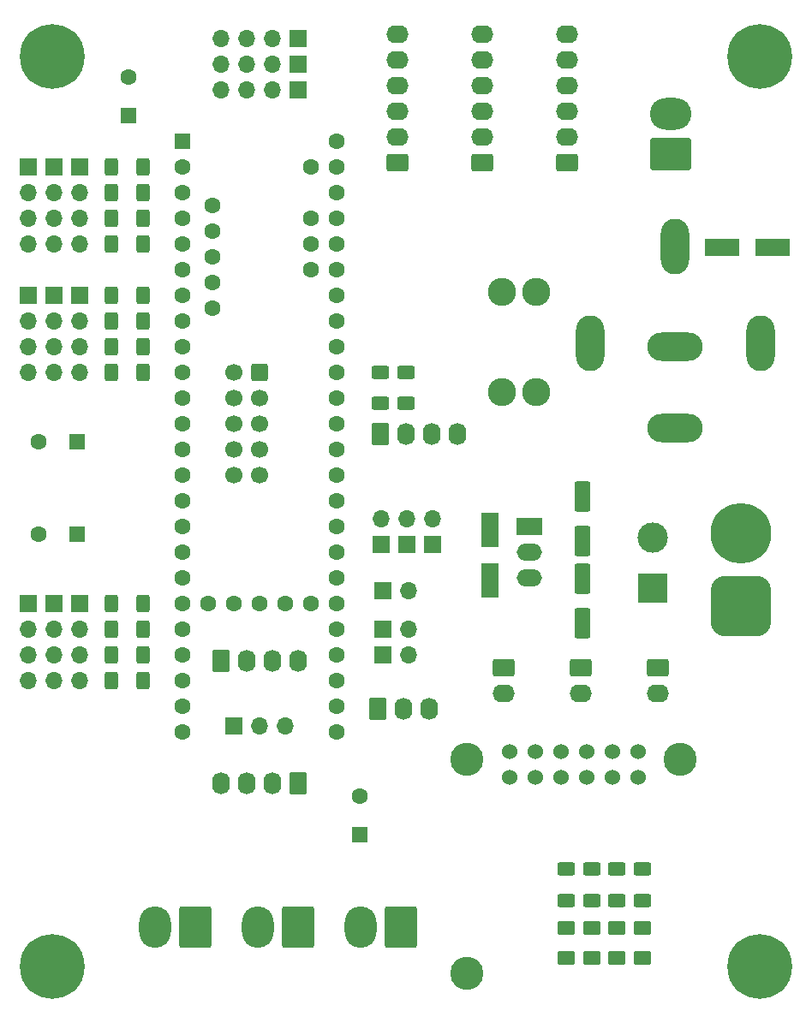
<source format=gbr>
%TF.GenerationSoftware,KiCad,Pcbnew,(6.0.0)*%
%TF.CreationDate,2022-01-02T01:39:18+01:00*%
%TF.ProjectId,mainBoard004,6d61696e-426f-4617-9264-3030342e6b69,rev?*%
%TF.SameCoordinates,Original*%
%TF.FileFunction,Soldermask,Top*%
%TF.FilePolarity,Negative*%
%FSLAX46Y46*%
G04 Gerber Fmt 4.6, Leading zero omitted, Abs format (unit mm)*
G04 Created by KiCad (PCBNEW (6.0.0)) date 2022-01-02 01:39:18*
%MOMM*%
%LPD*%
G01*
G04 APERTURE LIST*
G04 Aperture macros list*
%AMRoundRect*
0 Rectangle with rounded corners*
0 $1 Rounding radius*
0 $2 $3 $4 $5 $6 $7 $8 $9 X,Y pos of 4 corners*
0 Add a 4 corners polygon primitive as box body*
4,1,4,$2,$3,$4,$5,$6,$7,$8,$9,$2,$3,0*
0 Add four circle primitives for the rounded corners*
1,1,$1+$1,$2,$3*
1,1,$1+$1,$4,$5*
1,1,$1+$1,$6,$7*
1,1,$1+$1,$8,$9*
0 Add four rect primitives between the rounded corners*
20,1,$1+$1,$2,$3,$4,$5,0*
20,1,$1+$1,$4,$5,$6,$7,0*
20,1,$1+$1,$6,$7,$8,$9,0*
20,1,$1+$1,$8,$9,$2,$3,0*%
G04 Aperture macros list end*
%ADD10RoundRect,1.400000X0.000000X1.350000X0.000000X-1.350000X0.000000X-1.350000X0.000000X1.350000X0*%
%ADD11RoundRect,1.400000X-1.350000X0.000000X-1.350000X0.000000X1.350000X0.000000X1.350000X0.000000X0*%
%ADD12RoundRect,0.250000X1.330000X1.800000X-1.330000X1.800000X-1.330000X-1.800000X1.330000X-1.800000X0*%
%ADD13O,3.160000X4.100000*%
%ADD14RoundRect,0.250000X0.620000X0.845000X-0.620000X0.845000X-0.620000X-0.845000X0.620000X-0.845000X0*%
%ADD15O,1.740000X2.190000*%
%ADD16O,1.700000X1.700000*%
%ADD17R,1.700000X1.700000*%
%ADD18R,1.600000X1.600000*%
%ADD19C,1.600000*%
%ADD20RoundRect,0.250000X0.550000X-1.250000X0.550000X1.250000X-0.550000X1.250000X-0.550000X-1.250000X0*%
%ADD21R,3.500000X1.800000*%
%ADD22RoundRect,0.250000X0.625000X-0.400000X0.625000X0.400000X-0.625000X0.400000X-0.625000X-0.400000X0*%
%ADD23RoundRect,0.250000X0.400000X0.625000X-0.400000X0.625000X-0.400000X-0.625000X0.400000X-0.625000X0*%
%ADD24C,0.800000*%
%ADD25C,6.400000*%
%ADD26RoundRect,0.250001X0.624999X-0.462499X0.624999X0.462499X-0.624999X0.462499X-0.624999X-0.462499X0*%
%ADD27RoundRect,0.250000X-0.550000X1.250000X-0.550000X-1.250000X0.550000X-1.250000X0.550000X1.250000X0*%
%ADD28R,1.800000X3.500000*%
%ADD29RoundRect,0.250000X0.845000X-0.620000X0.845000X0.620000X-0.845000X0.620000X-0.845000X-0.620000X0*%
%ADD30O,2.190000X1.740000*%
%ADD31RoundRect,0.250000X0.600000X0.600000X-0.600000X0.600000X-0.600000X-0.600000X0.600000X-0.600000X0*%
%ADD32C,1.700000*%
%ADD33RoundRect,0.250000X-0.620000X-0.845000X0.620000X-0.845000X0.620000X0.845000X-0.620000X0.845000X0*%
%ADD34R,2.500000X1.700000*%
%ADD35O,2.500000X1.700000*%
%ADD36R,3.000000X3.000000*%
%ADD37C,3.000000*%
%ADD38RoundRect,0.250000X-0.845000X0.620000X-0.845000X-0.620000X0.845000X-0.620000X0.845000X0.620000X0*%
%ADD39C,6.000000*%
%ADD40RoundRect,1.500000X1.500000X-1.500000X1.500000X1.500000X-1.500000X1.500000X-1.500000X-1.500000X0*%
%ADD41C,2.780000*%
%ADD42C,1.530000*%
%ADD43C,3.270000*%
%ADD44RoundRect,0.250000X1.800000X-1.330000X1.800000X1.330000X-1.800000X1.330000X-1.800000X-1.330000X0*%
%ADD45O,4.100000X3.160000*%
G04 APERTURE END LIST*
D10*
%TO.C,K1*%
X151620000Y-68859000D03*
X143220000Y-78359000D03*
X160020000Y-78359000D03*
D11*
X151620000Y-86759000D03*
X151620000Y-78759000D03*
%TD*%
D12*
%TO.C,J26*%
X124460000Y-136144000D03*
D13*
X120500000Y-136144000D03*
%TD*%
D12*
%TO.C,J27*%
X114300000Y-136144000D03*
D13*
X110340000Y-136144000D03*
%TD*%
D14*
%TO.C,J25*%
X114300000Y-121940000D03*
D15*
X111760000Y-121940000D03*
X109220000Y-121940000D03*
X106680000Y-121940000D03*
%TD*%
D16*
%TO.C,J8*%
X125222000Y-102870000D03*
D17*
X122682000Y-102870000D03*
%TD*%
D18*
%TO.C,C6*%
X92456000Y-97282000D03*
D19*
X88656000Y-97282000D03*
%TD*%
D18*
%TO.C,C4*%
X92480651Y-88138000D03*
D19*
X88680651Y-88138000D03*
%TD*%
D20*
%TO.C,C2*%
X142415500Y-106086000D03*
X142415500Y-101686000D03*
%TD*%
D21*
%TO.C,D4*%
X156222133Y-68863407D03*
X161222133Y-68863407D03*
%TD*%
D22*
%TO.C,R4*%
X143383000Y-133503000D03*
X143383000Y-130403000D03*
%TD*%
%TO.C,R2*%
X145796000Y-133503000D03*
X145796000Y-130403000D03*
%TD*%
%TO.C,R3*%
X148336000Y-133503000D03*
X148336000Y-130403000D03*
%TD*%
D23*
%TO.C,R8*%
X98985000Y-111735000D03*
X95885000Y-111735000D03*
%TD*%
%TO.C,R11*%
X98985000Y-66025000D03*
X95885000Y-66025000D03*
%TD*%
D18*
%TO.C,C3*%
X120396000Y-127000000D03*
D19*
X120396000Y-123200000D03*
%TD*%
D23*
%TO.C,R15*%
X98985000Y-78715000D03*
X95885000Y-78715000D03*
%TD*%
D22*
%TO.C,R22*%
X124968000Y-84328000D03*
X124968000Y-81228000D03*
%TD*%
D24*
%TO.C,H4*%
X87600000Y-140000000D03*
X90000000Y-142400000D03*
X91697056Y-141697056D03*
D25*
X90000000Y-140000000D03*
D24*
X90000000Y-137600000D03*
X88302944Y-138302944D03*
X88302944Y-141697056D03*
X91697056Y-138302944D03*
X92400000Y-140000000D03*
%TD*%
D23*
%TO.C,R7*%
X98985000Y-109195000D03*
X95885000Y-109195000D03*
%TD*%
%TO.C,R6*%
X98985000Y-106655000D03*
X95885000Y-106655000D03*
%TD*%
D18*
%TO.C,C5*%
X97536000Y-55880000D03*
D19*
X97536000Y-52080000D03*
%TD*%
D23*
%TO.C,R13*%
X98985000Y-73635000D03*
X95885000Y-73635000D03*
%TD*%
D24*
%TO.C,H3*%
X160000000Y-137600000D03*
X158302944Y-141697056D03*
X160000000Y-142400000D03*
X157600000Y-140000000D03*
X161697056Y-141697056D03*
X158302944Y-138302944D03*
D25*
X160000000Y-140000000D03*
D24*
X162400000Y-140000000D03*
X161697056Y-138302944D03*
%TD*%
D26*
%TO.C,D3*%
X145796000Y-139155500D03*
X145796000Y-136180500D03*
%TD*%
%TO.C,D5*%
X148336000Y-139155500D03*
X148336000Y-136180500D03*
%TD*%
D27*
%TO.C,C1*%
X142415500Y-93558000D03*
X142415500Y-97958000D03*
%TD*%
D22*
%TO.C,R21*%
X122428000Y-84328000D03*
X122428000Y-81228000D03*
%TD*%
D23*
%TO.C,R9*%
X98985000Y-60945000D03*
X95885000Y-60945000D03*
%TD*%
D28*
%TO.C,D2*%
X133271500Y-96814000D03*
X133271500Y-101814000D03*
%TD*%
D26*
%TO.C,D1*%
X140843000Y-139155500D03*
X140843000Y-136180500D03*
%TD*%
D24*
%TO.C,H2*%
X157600000Y-50000000D03*
D25*
X160000000Y-50000000D03*
D24*
X162400000Y-50000000D03*
X158302944Y-51697056D03*
X161697056Y-48302944D03*
X160000000Y-47600000D03*
X161697056Y-51697056D03*
X160000000Y-52400000D03*
X158302944Y-48302944D03*
%TD*%
D18*
%TO.C,U1*%
X102870000Y-58420000D03*
D19*
X102870000Y-60960000D03*
X102870000Y-63500000D03*
X102870000Y-66040000D03*
X102870000Y-68580000D03*
X102870000Y-71120000D03*
X102870000Y-73660000D03*
X102870000Y-76200000D03*
X102870000Y-78740000D03*
X102870000Y-81280000D03*
X102870000Y-83820000D03*
X102870000Y-86360000D03*
X102870000Y-88900000D03*
X102870000Y-91440000D03*
X102870000Y-93980000D03*
X102870000Y-96520000D03*
X102870000Y-99060000D03*
X102870000Y-101600000D03*
X102870000Y-104140000D03*
X102870000Y-106680000D03*
X102870000Y-109220000D03*
X102870000Y-111760000D03*
X102870000Y-114300000D03*
X102870000Y-116840000D03*
X105410000Y-104140000D03*
X107950000Y-104140000D03*
X110490000Y-104140000D03*
X113030000Y-104140000D03*
X115570000Y-104140000D03*
X118110000Y-116840000D03*
X118110000Y-114300000D03*
X118110000Y-111760000D03*
X118110000Y-109220000D03*
X118110000Y-106680000D03*
X118110000Y-104140000D03*
X118110000Y-101600000D03*
X118110000Y-99060000D03*
X118110000Y-96520000D03*
X118110000Y-93980000D03*
X118110000Y-91440000D03*
X118110000Y-88900000D03*
X118110000Y-86360000D03*
X118110000Y-83820000D03*
X118110000Y-81280000D03*
X118110000Y-78740000D03*
X118110000Y-76200000D03*
X118110000Y-73660000D03*
X118110000Y-71120000D03*
X118110000Y-68580000D03*
X118110000Y-66040000D03*
X118110000Y-63500000D03*
X118110000Y-60960000D03*
X118110000Y-58420000D03*
X115570000Y-60960000D03*
X115570000Y-66040000D03*
X115570000Y-68580000D03*
X115570000Y-71120000D03*
X105870000Y-64770000D03*
X105870000Y-67310000D03*
X105870000Y-69850000D03*
X105870000Y-72390000D03*
X105870000Y-74930000D03*
%TD*%
D23*
%TO.C,R12*%
X98985000Y-68565000D03*
X95885000Y-68565000D03*
%TD*%
%TO.C,R10*%
X98985000Y-63485000D03*
X95885000Y-63485000D03*
%TD*%
D24*
%TO.C,H1*%
X87600000Y-50000000D03*
X90000000Y-47600000D03*
X91697056Y-48302944D03*
X88302944Y-48302944D03*
X91697056Y-51697056D03*
D25*
X90000000Y-50000000D03*
D24*
X88302944Y-51697056D03*
X92400000Y-50000000D03*
X90000000Y-52400000D03*
%TD*%
D22*
%TO.C,R1*%
X140843000Y-130403000D03*
X140843000Y-133503000D03*
%TD*%
D23*
%TO.C,R16*%
X98985000Y-81255000D03*
X95885000Y-81255000D03*
%TD*%
%TO.C,R5*%
X98985000Y-104115000D03*
X95885000Y-104115000D03*
%TD*%
D26*
%TO.C,D6*%
X143383000Y-139155500D03*
X143383000Y-136180500D03*
%TD*%
D23*
%TO.C,R14*%
X98985000Y-76175000D03*
X95885000Y-76175000D03*
%TD*%
D29*
%TO.C,J5*%
X132570000Y-60540000D03*
D30*
X132570000Y-58000000D03*
X132570000Y-55460000D03*
X132570000Y-52920000D03*
X132570000Y-50380000D03*
X132570000Y-47840000D03*
%TD*%
D17*
%TO.C,J2*%
X125095000Y-98298000D03*
D16*
X125095000Y-95758000D03*
%TD*%
D17*
%TO.C,J18*%
X87630000Y-104140000D03*
D16*
X87630000Y-106680000D03*
X87630000Y-109220000D03*
X87630000Y-111760000D03*
%TD*%
D31*
%TO.C,J24*%
X110490000Y-81280000D03*
D32*
X107950000Y-81280000D03*
X110490000Y-83820000D03*
X107950000Y-83820000D03*
X110490000Y-86360000D03*
X107950000Y-86360000D03*
X110490000Y-88900000D03*
X107950000Y-88900000D03*
X110490000Y-91440000D03*
X107950000Y-91440000D03*
%TD*%
D17*
%TO.C,J32*%
X122682000Y-106680000D03*
D16*
X125222000Y-106680000D03*
%TD*%
D33*
%TO.C,J30*%
X122174000Y-114534000D03*
D15*
X124714000Y-114534000D03*
X127254000Y-114534000D03*
%TD*%
D33*
%TO.C,J22*%
X122428000Y-87356000D03*
D15*
X124968000Y-87356000D03*
X127508000Y-87356000D03*
X130048000Y-87356000D03*
%TD*%
D34*
%TO.C,U4*%
X137160000Y-96520000D03*
D35*
X137160000Y-99060000D03*
X137160000Y-101600000D03*
%TD*%
D33*
%TO.C,J12*%
X106680000Y-109835000D03*
D15*
X109220000Y-109835000D03*
X111760000Y-109835000D03*
X114300000Y-109835000D03*
%TD*%
D17*
%TO.C,J36*%
X122555000Y-98298000D03*
D16*
X122555000Y-95758000D03*
%TD*%
D17*
%TO.C,J34*%
X114300000Y-48260000D03*
D16*
X111760000Y-48260000D03*
X109220000Y-48260000D03*
X106680000Y-48260000D03*
%TD*%
D17*
%TO.C,J9*%
X92710000Y-104140000D03*
D16*
X92710000Y-106680000D03*
X92710000Y-109220000D03*
X92710000Y-111760000D03*
%TD*%
D36*
%TO.C,J7*%
X149352000Y-102576000D03*
D37*
X149352000Y-97576000D03*
%TD*%
D17*
%TO.C,J15*%
X90170000Y-73660000D03*
D16*
X90170000Y-76200000D03*
X90170000Y-78740000D03*
X90170000Y-81280000D03*
%TD*%
D12*
%TO.C,J20*%
X104140000Y-136144000D03*
D13*
X100180000Y-136144000D03*
%TD*%
D17*
%TO.C,J33*%
X114300000Y-50800000D03*
D16*
X111760000Y-50800000D03*
X109220000Y-50800000D03*
X106680000Y-50800000D03*
%TD*%
D17*
%TO.C,J16*%
X107965000Y-116205000D03*
D16*
X110505000Y-116205000D03*
X113045000Y-116205000D03*
%TD*%
D38*
%TO.C,J29*%
X134640000Y-110490000D03*
D30*
X134640000Y-113030000D03*
%TD*%
D39*
%TO.C,J1*%
X158115000Y-97155000D03*
D40*
X158115000Y-104355000D03*
%TD*%
D38*
%TO.C,J28*%
X149860000Y-110490000D03*
D30*
X149860000Y-113030000D03*
%TD*%
D17*
%TO.C,J10*%
X92710000Y-60970000D03*
D16*
X92710000Y-63510000D03*
X92710000Y-66050000D03*
X92710000Y-68590000D03*
%TD*%
%TO.C,J19*%
X87630000Y-81280000D03*
X87630000Y-78740000D03*
X87630000Y-76200000D03*
D17*
X87630000Y-73660000D03*
%TD*%
D29*
%TO.C,J3*%
X124190000Y-60540000D03*
D30*
X124190000Y-58000000D03*
X124190000Y-55460000D03*
X124190000Y-52920000D03*
X124190000Y-50380000D03*
X124190000Y-47840000D03*
%TD*%
D41*
%TO.C,F2*%
X134444000Y-83192000D03*
X137844000Y-83192000D03*
X134444000Y-73272000D03*
X137844000Y-73272000D03*
%TD*%
D42*
%TO.C,PS1*%
X147905000Y-118745000D03*
X147905000Y-121285000D03*
X145365000Y-118745000D03*
X145365000Y-121285000D03*
X142825000Y-118745000D03*
X142825000Y-121285000D03*
X140285000Y-118745000D03*
X140285000Y-121285000D03*
X137745000Y-118745000D03*
X137745000Y-121285000D03*
X135205000Y-118745000D03*
X135205000Y-121285000D03*
D43*
X152105000Y-119575000D03*
X131005000Y-119575000D03*
X131005000Y-140675000D03*
%TD*%
D29*
%TO.C,J6*%
X140950000Y-60540000D03*
D30*
X140950000Y-58000000D03*
X140950000Y-55460000D03*
X140950000Y-52920000D03*
X140950000Y-50380000D03*
X140950000Y-47840000D03*
%TD*%
D38*
%TO.C,J23*%
X142240000Y-110490000D03*
D30*
X142240000Y-113030000D03*
%TD*%
D17*
%TO.C,J4*%
X122682000Y-109220000D03*
D16*
X125222000Y-109220000D03*
%TD*%
D44*
%TO.C,J21*%
X151130000Y-59690000D03*
D45*
X151130000Y-55730000D03*
%TD*%
D17*
%TO.C,J11*%
X92710000Y-73660000D03*
D16*
X92710000Y-76200000D03*
X92710000Y-78740000D03*
X92710000Y-81280000D03*
%TD*%
D17*
%TO.C,J13*%
X90170000Y-60970000D03*
D16*
X90170000Y-63510000D03*
X90170000Y-66050000D03*
X90170000Y-68590000D03*
%TD*%
D17*
%TO.C,J35*%
X114300000Y-53340000D03*
D16*
X111760000Y-53340000D03*
X109220000Y-53340000D03*
X106680000Y-53340000D03*
%TD*%
D17*
%TO.C,J17*%
X87630000Y-60970000D03*
D16*
X87630000Y-63510000D03*
X87630000Y-66050000D03*
X87630000Y-68590000D03*
%TD*%
D17*
%TO.C,J31*%
X127635000Y-98298000D03*
D16*
X127635000Y-95758000D03*
%TD*%
D17*
%TO.C,J14*%
X90170000Y-104140000D03*
D16*
X90170000Y-106680000D03*
X90170000Y-109220000D03*
X90170000Y-111760000D03*
%TD*%
M02*

</source>
